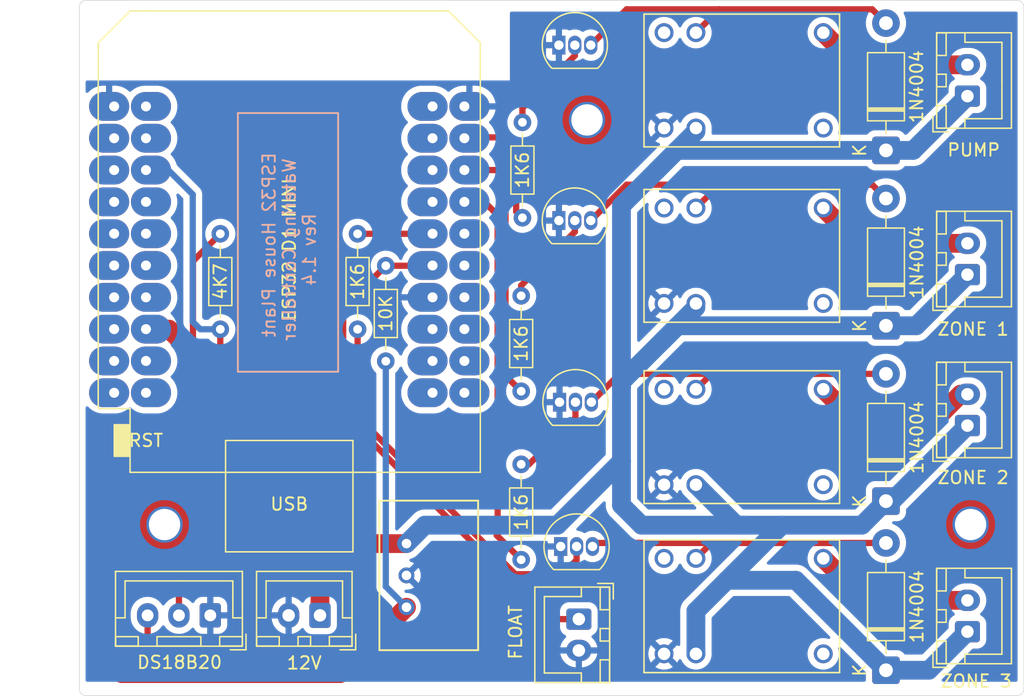
<source format=kicad_pcb>
(kicad_pcb (version 20241229) (generator "pcbnew") (generator_version "9.0")
  (layers (0 "F.Cu" signal) (2 "B.Cu" signal) (13 "F.Paste" user) (15 "B.Paste" user) (5 "F.SilkS" user "F.Silkscreen") (7 "B.SilkS" user "B.Silkscreen") (1 "F.Mask" user) (3 "B.Mask" user) (25 "Edge.Cuts" user))
  (net 0 "")
  (net 1 "+12V")
  (net 2 "Net-(D1-A)")
  (net 3 "Net-(D2-A)")
  (net 4 "Net-(D3-A)")
  (net 5 "Net-(D4-A)")
  (net 6 "GND")
  (net 7 "+3.3V")
  (net 8 "Net-(J4-Pin_2)")
  (net 9 "Net-(J5-Pin_2)")
  (net 10 "Net-(J6-Pin_2)")
  (net 11 "Net-(J7-Pin_2)")
  (net 12 "Net-(Q1-B)")
  (net 13 "Net-(Q2-B)")
  (net 14 "Net-(Q3-B)")
  (net 15 "Net-(Q4-B)")
  (net 16 "Net-(U1-IO_25)")
  (net 17 "Net-(U1-IO_17{slash}D3)")
  (net 53 "Net-(U1-IO_27)")
  (net 56 "Net-(J2-Pin_2)")
  (net 58 "Net-(J3-Pin_1)")
  (net 59 "Net-(U1-IO_32)")
  (footprint "Resistor_THT:R_Axial_DIN0204_L3.6mm_D1.6mm_P7.62mm_Horizontal" (layer "F.Cu") (at 132.4 43.74 -90)
    (property "Reference" "R6" (hide yes))
    (property "Value" "4K7" (at 3.81 0 90) (layer "F.SilkS"))
    (pad "1" thru_hole circle (at 0 0 270) (size 1.4 1.4) (drill 0.7) (layers "*.Cu" "*.Mask") (net 7 "+3.3V"))
    (pad "2" thru_hole circle (at 7.62 0 270) (size 1.4 1.4) (drill 0.7) (layers "*.Cu" "*.Mask") (net 56 "Net-(J2-Pin_2)"))
  )
  (footprint "Package_TO_SOT_THT:TO-92_Inline" (layer "F.Cu") (at 159.41 42.68)
    (property "Reference" "Q2" (hide yes))
    (property "Value" "2N3904" (hide yes))
    (pad "1" thru_hole rect (at 0 0) (size 1.05 1.5) (drill 0.75) (layers "*.Cu" "*.Mask") (net 6 "GND"))
    (pad "2" thru_hole oval (at 1.27 0) (size 1.05 1.5) (drill 0.75) (layers "*.Cu" "*.Mask") (net 13 "Net-(Q2-B)"))
    (pad "3" thru_hole oval (at 2.54 0) (size 1.05 1.5) (drill 0.75) (layers "*.Cu" "*.Mask") (net 3 "Net-(D2-A)"))
  )
  (footprint "SR5-12V-200-1C:RELAY_SR5-12V-200-1C" (layer "F.Cu") (at 174 73.47)
    (property "Reference" "K4" (hide yes))
    (property "Value" "Zone 3" (hide yes))
    (pad "A1" thru_hole circle (at -3.66 -3.82) (size 1.508 1.508) (drill 1) (layers "*.Cu" "*.Mask") (net 5 "Net-(D4-A)"))
    (pad "A2" thru_hole circle (at -3.66 3.8) (size 1.508 1.508) (drill 1) (layers "*.Cu" "*.Mask") (net 1 "+12V"))
    (pad "COM_1" thru_hole circle (at 6.5 -3.82) (size 1.508 1.508) (drill 1) (layers "*.Cu" "*.Mask") (net 11 "Net-(J7-Pin_2)"))
    (pad "COM_2" thru_hole circle (at 6.5 3.8) (size 1.508 1.508) (drill 1) (layers "*.Cu" "*.Mask"))
    (pad "NC" thru_hole circle (at -6.2 3.8) (size 1.508 1.508) (drill 1) (layers "*.Cu" "*.Mask") (net 6 "GND"))
    (pad "NO" thru_hole circle (at -6.2 -3.82) (size 1.508 1.508) (drill 1) (layers "*.Cu" "*.Mask"))
  )
  (footprint "Resistor_THT:R_Axial_DIN0204_L3.6mm_D1.6mm_P7.62mm_Horizontal" (layer "F.Cu") (at 143.35 51.36 90)
    (property "Reference" "R5" (hide yes))
    (property "Value" "1K6" (at 3.81 0 90) (layer "F.SilkS"))
    (pad "1" thru_hole circle (at 0 0 90) (size 1.4 1.4) (drill 0.7) (layers "*.Cu" "*.Mask") (net 15 "Net-(Q4-B)"))
    (pad "2" thru_hole circle (at 7.62 0 90) (size 1.4 1.4) (drill 0.7) (layers "*.Cu" "*.Mask") (net 17 "Net-(U1-IO_17{slash}D3)"))
  )
  (footprint "SR5-12V-200-1C:RELAY_SR5-12V-200-1C" (layer "F.Cu") (at 174 31.5)
    (property "Reference" "K1" (hide yes))
    (property "Value" "Pump Control" (hide yes))
    (pad "A1" thru_hole circle (at -3.66 -3.82) (size 1.508 1.508) (drill 1) (layers "*.Cu" "*.Mask") (net 2 "Net-(D1-A)"))
    (pad "A2" thru_hole circle (at -3.66 3.8) (size 1.508 1.508) (drill 1) (layers "*.Cu" "*.Mask") (net 1 "+12V"))
    (pad "COM_1" thru_hole circle (at 6.5 -3.82) (size 1.508 1.508) (drill 1) (layers "*.Cu" "*.Mask") (net 8 "Net-(J4-Pin_2)"))
    (pad "COM_2" thru_hole circle (at 6.5 3.8) (size 1.508 1.508) (drill 1) (layers "*.Cu" "*.Mask"))
    (pad "NC" thru_hole circle (at -6.2 3.8) (size 1.508 1.508) (drill 1) (layers "*.Cu" "*.Mask") (net 6 "GND"))
    (pad "NO" thru_hole circle (at -6.2 -3.82) (size 1.508 1.508) (drill 1) (layers "*.Cu" "*.Mask"))
  )
  (footprint "footprints:TSR1-SINGLE_TRP" (layer "F.Cu") (at 147.25 68.47 -90)
    (property "Reference" "U2" (hide yes))
    (property "Value" "TSR 1-2433" (hide yes))
    (pad "1" thru_hole circle (at 0 0 270) (size 1.27 1.27) (drill 0.762) (layers "*.Cu" "*.Mask") (net 1 "+12V"))
    (pad "2" thru_hole circle (at 2.54 0 270) (size 1.27 1.27) (drill 0.762) (layers "*.Cu" "*.Mask") (net 6 "GND"))
    (pad "3" thru_hole circle (at 5.08 0 270) (size 1.27 1.27) (drill 0.762) (layers "*.Cu" "*.Mask") (net 7 "+3.3V"))
  )
  (footprint "MountingHole:MountingHole_2.5mm_Pad_TopOnly" (layer "F.Cu") (at 127.95 66.95)
    (property "Reference" "REF**" (hide yes))
    (property "Value" "MountingHole_2.5mm_Pad_TopOnly")
    (pad "1" thru_hole circle (at 0 0) (size 2.9 2.9) (drill 2.5) (layers "*.Cu" "*.Mask"))
    (pad "1" connect circle (at 0 0) (size 5 5) (layers "F.Cu" "F.Mask"))
  )
  (footprint "Connector_JST:JST_XH_B2B-XH-A_1x02_P2.50mm_Vertical" (layer "F.Cu") (at 192 59.05 90)
    (property "Reference" "J6" (hide yes))
    (property "Value" "ZONE 2" (at -4.15 0.45 180) (layer "F.SilkS"))
    (pad "1" thru_hole roundrect (at 0 0 90) (size 1.7 2) (drill 1) (layers "*.Cu" "*.Mask") (roundrect_rratio 0.147059) (net 1 "+12V"))
    (pad "2" thru_hole oval (at 2.5 0 90) (size 1.7 2) (drill 1) (layers "*.Cu" "*.Mask") (net 10 "Net-(J6-Pin_2)"))
  )
  (footprint "Connector_JST:JST_XH_B2B-XH-A_1x02_P2.50mm_Vertical" (layer "F.Cu") (at 192 32.75 90)
    (property "Reference" "J4" (hide yes))
    (property "Value" "PUMP" (at -4.3 0.5 180) (layer "F.SilkS"))
    (pad "1" thru_hole roundrect (at 0 0 90) (size 1.7 2) (drill 1) (layers "*.Cu" "*.Mask") (roundrect_rratio 0.147059) (net 1 "+12V"))
    (pad "2" thru_hole oval (at 2.5 0 90) (size 1.7 2) (drill 1) (layers "*.Cu" "*.Mask") (net 8 "Net-(J4-Pin_2)"))
  )
  (footprint "Connector_JST:JST_XH_B2B-XH-A_1x02_P2.50mm_Vertical" (layer "F.Cu") (at 192 75.5 90)
    (property "Reference" "J7" (hide yes))
    (property "Value" "ZONE 3" (at -3.95 0.7 180) (layer "F.SilkS"))
    (pad "1" thru_hole roundrect (at 0 0 90) (size 1.7 2) (drill 1) (layers "*.Cu" "*.Mask") (roundrect_rratio 0.147059) (net 1 "+12V"))
    (pad "2" thru_hole oval (at 2.5 0 90) (size 1.7 2) (drill 1) (layers "*.Cu" "*.Mask") (net 11 "Net-(J7-Pin_2)"))
  )
  (footprint "Resistor_THT:R_Axial_DIN0204_L3.6mm_D1.6mm_P7.62mm_Horizontal" (layer "F.Cu") (at 156.4 62.14 -90)
    (property "Reference" "R4" (hide yes))
    (property "Value" "1K6" (at 3.81 0 90) (layer "F.SilkS"))
    (pad "1" thru_hole circle (at 0 0 270) (size 1.4 1.4) (drill 0.7) (layers "*.Cu" "*.Mask") (net 14 "Net-(Q3-B)"))
    (pad "2" thru_hole circle (at 7.62 0 270) (size 1.4 1.4) (drill 0.7) (layers "*.Cu" "*.Mask") (net 59 "Net-(U1-IO_32)"))
  )
  (footprint "Diode_THT:D_DO-41_SOD81_P10.16mm_Horizontal" (layer "F.Cu") (at 185.5 51.08 90)
    (property "Reference" "D2" (hide yes))
    (property "Value" "1N4004" (at 5.08 2.47 90) (layer "F.SilkS"))
    (fp_text user "K" (at 0 -2.1 90) (layer "F.SilkS"))
    (pad "1" thru_hole roundrect (at 0 0 90) (size 2.2 2.2) (drill 1.1) (layers "*.Cu" "*.Mask") (roundrect_rratio 0.113636) (net 1 "+12V"))
    (pad "2" thru_hole circle (at 10.16 0 90) (size 2.2 2.2) (drill 1.1) (layers "*.Cu" "*.Mask") (net 3 "Net-(D2-A)"))
  )
  (footprint "Package_TO_SOT_THT:TO-92_Inline" (layer "F.Cu") (at 159.55 68.7)
    (property "Reference" "Q4" (hide yes))
    (property "Value" "2N3904" (hide yes))
    (pad "1" thru_hole rect (at 0 0) (size 1.05 1.5) (drill 0.75) (layers "*.Cu" "*.Mask") (net 6 "GND"))
    (pad "2" thru_hole oval (at 1.27 0) (size 1.05 1.5) (drill 0.75) (layers "*.Cu" "*.Mask") (net 15 "Net-(Q4-B)"))
    (pad "3" thru_hole oval (at 2.54 0) (size 1.05 1.5) (drill 0.75) (layers "*.Cu" "*.Mask") (net 5 "Net-(D4-A)"))
  )
  (footprint "Diode_THT:D_DO-41_SOD81_P10.16mm_Horizontal" (layer "F.Cu") (at 185.5 78.58 90)
    (property "Reference" "D4" (hide yes))
    (property "Value" "1N4004" (at 5.08 2.47 90) (layer "F.SilkS"))
    (fp_text user "K" (at 0 -2.1 90) (layer "F.SilkS"))
    (pad "1" thru_hole roundrect (at 0 0 90) (size 2.2 2.2) (drill 1.1) (layers "*.Cu" "*.Mask") (roundrect_rratio 0.113636) (net 1 "+12V"))
    (pad "2" thru_hole circle (at 10.16 0 90) (size 2.2 2.2) (drill 1.1) (layers "*.Cu" "*.Mask") (net 5 "Net-(D4-A)"))
  )
  (footprint "Resistor_THT:R_Axial_DIN0204_L3.6mm_D1.6mm_P7.62mm_Horizontal" (layer "F.Cu") (at 156.5 34.84 -90)
    (property "Reference" "R2" (hide yes))
    (property "Value" "1K6" (at 3.81 0 90) (layer "F.SilkS"))
    (pad "1" thru_hole circle (at 0 0 270) (size 1.4 1.4) (drill 0.7) (layers "*.Cu" "*.Mask") (net 12 "Net-(Q1-B)"))
    (pad "2" thru_hole circle (at 7.62 0 270) (size 1.4 1.4) (drill 0.7) (layers "*.Cu" "*.Mask") (net 53 "Net-(U1-IO_27)"))
  )
  (footprint "Connector_JST:JST_XH_B2B-XH-A_1x02_P2.50mm_Vertical" (layer "F.Cu") (at 140.35 74.2 180)
    (property "Reference" "J1" (hide yes))
    (property "Value" "12V" (at 1.25 -3.8 0) (layer "F.SilkS"))
    (pad "1" thru_hole roundrect (at 0 0 180) (size 1.7 2) (drill 1) (layers "*.Cu" "*.Mask") (roundrect_rratio 0.147059) (net 1 "+12V"))
    (pad "2" thru_hole oval (at 2.5 0 180) (size 1.7 2) (drill 1) (layers "*.Cu" "*.Mask") (net 6 "GND"))
  )
  (footprint "esp32-wemos-d1-mini:esp32-wemos-d1-mini" (layer "F.Cu") (at 137.9 45)
    (property "Reference" "U1" (hide yes))
    (property "Value" "ESP32 D1 MINI" (at 0 0 90) (layer "F.SilkS"))
    (fp_text user "USB" (at 0 20.32 0) (layer "F.SilkS"))
    (fp_text user "RST" (at -11.43 15.24 0) (layer "F.SilkS"))
    (pad "1" thru_hole oval (at -13.97 -11.43 270) (size 2.3 3.2) (drill 0.8 (offset 0 0.4)) (layers "*.Cu" "*.Mask") (net 6 "GND"))
    (pad "2" thru_hole oval (at -11.43 -11.43 270) (size 2.3 3.2) (drill 0.8 (offset 0 -0.4)) (layers "*.Cu" "*.Mask"))
    (pad "3" thru_hole oval (at -13.97 -8.89 270) (size 2.3 3.2) (drill 0.8 (offset 0 0.4)) (layers "*.Cu" "*.Mask"))
    (pad "4" thru_hole oval (at -11.43 -8.89 270) (size 2.3 3.2) (drill 0.8 (offset 0 -0.4)) (layers "*.Cu" "*.Mask"))
    (pad "5" thru_hole oval (at -13.97 -6.35 270) (size 2.3 3.2) (drill 0.8 (offset 0 0.4)) (layers "*.Cu" "*.Mask"))
    (pad "6" thru_hole oval (at -11.43 -6.35 270) (size 2.3 3.2) (drill 0.8 (offset 0 -0.4)) (layers "*.Cu" "*.Mask") (net 56 "Net-(J2-Pin_2)"))
    (pad "7" thru_hole oval (at -13.97 -3.81 270) (size 2.3 3.2) (drill 0.8 (offset 0 0.4)) (layers "*.Cu" "*.Mask"))
    (pad "8" thru_hole oval (at -11.43 -3.81 270) (size 2.3 3.2) (drill 0.8 (offset 0 -0.4)) (layers "*.Cu" "*.Mask"))
    (pad "9" thru_hole oval (at -13.97 -1.27 270) (size 2.3 3.2) (drill 0.8 (offset 0 0.4)) (layers "*.Cu" "*.Mask"))
    (pad "10" thru_hole oval (at -11.43 -1.27 270) (size 2.3 3.2) (drill 0.8 (offset 0 -0.4)) (layers "*.Cu" "*.Mask"))
    (pad "11" thru_hole oval (at -13.97 1.27 270) (size 2.3 3.2) (drill 0.8 (offset 0 0.4)) (layers "*.Cu" "*.Mask"))
    (pad "12" thru_hole oval (at -11.43 1.27 270) (size 2.3 3.2) (drill 0.8 (offset 0 -0.4)) (layers "*.Cu" "*.Mask"))
    (pad "13" thru_hole oval (at -13.97 3.81 270) (size 2.3 3.2) (drill 0.8 (offset 0 0.4)) (layers "*.Cu" "*.Mask"))
    (pad "14" thru_hole oval (at -11.43 3.81 270) (size 2.3 3.2) (drill 0.8 (offset 0 -0.4)) (layers "*.Cu" "*.Mask"))
    (pad "15" thru_hole oval (at -13.97 6.35 270) (size 2.3 3.2) (drill 0.8 (offset 0 0.4)) (layers "*.Cu" "*.Mask"))
    (pad "16" thru_hole oval (at -11.43 6.35 270) (size 2.3 3.2) (drill 0.8 (offset 0 -0.4)) (layers "*.Cu" "*.Mask") (net 7 "+3.3V"))
    (pad "17" thru_hole oval (at -13.97 8.89 270) (size 2.3 3.2) (drill 0.8 (offset 0 0.4)) (layers "*.Cu" "*.Mask"))
    (pad "18" thru_hole oval (at -11.43 8.89 270) (size 2.3 3.2) (drill 0.8 (offset 0 -0.4)) (layers "*.Cu" "*.Mask"))
    (pad "19" thru_hole oval (at -13.97 11.43 270) (size 2.3 3.2) (drill 0.8 (offset 0 0.4)) (layers "*.Cu" "*.Mask"))
    (pad "20" thru_hole oval (at -11.43 11.43 270) (size 2.3 3.2) (drill 0.8 (offset 0 -0.4)) (layers "*.Cu" "*.Mask"))
    (pad "21" thru_hole oval (at 11.43 -11.43 270) (size 2.3 3.2) (drill 0.8 (offset 0 0.4)) (layers "*.Cu" "*.Mask"))
    (pad "22" thru_hole oval (at 13.97 -11.43 270) (size 2.3 3.2) (drill 0.8 (offset 0 -0.4)) (layers "*.Cu" "*.Mask") (net 6 "GND"))
    (pad "23" thru_hole oval (at 11.43 -8.89 270) (size 2.3 3.2) (drill 0.8 (offset 0 0.4)) (layers "*.Cu" "*.Mask"))
    (pad "24" thru_hole oval (at 13.97 -8.89 270) (size 2.3 3.2) (drill 0.8 (offset 0 -0.4)) (layers "*.Cu" "*.Mask") (net 53 "Net-(U1-IO_27)"))
    (pad "25" thru_hole oval (at 11.43 -6.35 270) (size 2.3 3.2) (drill 0.8 (offset 0 0.4)) (layers "*.Cu" "*.Mask"))
    (pad "26" thru_hole oval (at 13.97 -6.35 270) (size 2.3 3.2) (drill 0.8 (offset 0 -0.4)) (layers "*.Cu" "*.Mask") (net 16 "Net-(U1-IO_25)"))
    (pad "27" thru_hole oval (at 11.43 -3.81 270) (size 2.3 3.2) (drill 0.8 (offset 0 0.4)) (layers "*.Cu" "*.Mask"))
    (pad "28" thru_hole oval (at 13.97 -3.81 270) (size 2.3 3.2) (drill 0.8 (offset 0 -0.4)) (layers "*.Cu" "*.Mask") (net 59 "Net-(U1-IO_32)"))
    (pad "29" thru_hole oval (at 11.43 -1.27 270) (size 2.3 3.2) (drill 0.8 (offset 0 0.4)) (layers "*.Cu" "*.Mask") (net 17 "Net-(U1-IO_17{slash}D3)"))
    (pad "30" thru_hole oval (at 13.97 -1.27 270) (size 2.3 3.2) (drill 0.8 (offset 0 -0.4)) (layers "*.Cu" "*.Mask"))
    (pad "31" thru_hole oval (at 11.43 1.27 270) (size 2.3 3.2) (drill 0.8 (offset 0 0.4)) (layers "*.Cu" "*.Mask") (net 58 "Net-(J3-Pin_1)"))
    (pad "32" thru_hole oval (at 13.97 1.27 270) (size 2.3 3.2) (drill 0.8 (offset 0 -0.4)) (layers "*.Cu" "*.Mask"))
    (pad "33" thru_hole oval (at 11.43 3.81 270) (size 2.3 3.2) (drill 0.8 (offset 0 0.4)) (layers "*.Cu" "*.Mask") (net 6 "GND"))
    (pad "34" thru_hole oval (at 13.97 3.81 270) (size 2.3 3.2) (drill 0.8 (offset 0 -0.4)) (layers "*.Cu" "*.Mask"))
    (pad "35" thru_hole oval (at 11.43 6.35 270) (size 2.3 3.2) (drill 0.8 (offset 0 0.4)) (layers "*.Cu" "*.Mask"))
    (pad "36" thru_hole oval (at 13.97 6.35 270) (size 2.3 3.2) (drill 0.8 (offset 0 -0.4)) (layers "*.Cu" "*.Mask"))
    (pad "37" thru_hole oval (at 11.43 8.89 270) (size 2.3 3.2) (drill 0.8 (offset 0 0.4)) (layers "*.Cu" "*.Mask"))
    (pad "38" thru_hole oval (at 13.97 8.89 270) (size 2.3 3.2) (drill 0.8 (offset 0 -0.4)) (layers "*.Cu" "*.Mask"))
    (pad "39" thru_hole oval (at 11.43 11.43 270) (size 2.3 3.2) (drill 0.8 (offset 0 0.4)) (layers "*.Cu" "*.Mask"))
    (pad "40" thru_hole oval (at 13.97 11.43 270) (size 2.3 3.2) (drill 0.8 (offset 0 -0.4)) (layers "*.Cu" "*.Mask"))
  )
  (footprint "Resistor_THT:R_Axial_DIN0204_L3.6mm_D1.6mm_P7.62mm_Horizontal" (layer "F.Cu") (at 156.4 48.69 -90)
    (property "Reference" "R3" (hide yes))
    (property "Value" "1K6" (at 3.81 0 90) (layer "F.SilkS"))
    (pad "1" thru_hole circle (at 0 0 270) (size 1.4 1.4) (drill 0.7) (layers "*.Cu" "*.Mask") (net 13 "Net-(Q2-B)"))
    (pad "2" thru_hole circle (at 7.62 0 270) (size 1.4 1.4) (drill 0.7) (layers "*.Cu" "*.Mask") (net 16 "Net-(U1-IO_25)"))
  )
  (footprint "Connector_JST:JST_XH_B3B-XH-A_1x03_P2.50mm_Vertical" (layer "F.Cu") (at 131.6 74.2 180)
    (property "Reference" "J2" (hide yes))
    (property "Value" "DS18B20" (at 2.45 -3.75 0) (layer "F.SilkS"))
    (pad "1" thru_hole roundrect (at 0 0 180) (size 1.7 1.95) (drill 0.95) (layers "*.Cu" "*.Mask") (roundrect_rratio 0.147059) (net 6 "GND"))
    (pad "2" thru_hole oval (at 2.5 0 180) (size 1.7 1.95) (drill 0.95) (layers "*.Cu" "*.Mask") (net 56 "Net-(J2-Pin_2)"))
    (pad "3" thru_hole oval (at 5 0 180) (size 1.7 1.95) (drill 0.95) (layers "*.Cu" "*.Mask") (net 7 "+3.3V"))
  )
  (footprint "Resistor_THT:R_Axial_DIN0204_L3.6mm_D1.6mm_P7.62mm_Horizontal" (layer "F.Cu") (at 145.6 46.29 -90)
    (property "Reference" "R1" (hide yes))
    (property "Value" "10K" (at 3.81 0 90) (layer "F.SilkS"))
    (pad "1" thru_hole circle (at 0 0 270) (size 1.4 1.4) (drill 0.7) (layers "*.Cu" "*.Mask") (net 58 "Net-(J3-Pin_1)"))
    (pad "2" thru_hole circle (at 7.62 0 270) (size 1.4 1.4) (drill 0.7) (layers "*.Cu" "*.Mask") (net 7 "+3.3V"))
  )
  (footprint "Diode_THT:D_DO-41_SOD81_P10.16mm_Horizontal" (layer "F.Cu") (at 185.5 65.08 90)
    (property "Reference" "D3" (hide yes))
    (property "Value" "1N4004" (at 5.08 2.47 90) (layer "F.SilkS"))
    (fp_text user "K" (at 0 -2.1 90) (layer "F.SilkS"))
    (pad "1" thru_hole roundrect (at 0 0 90) (size 2.2 2.2) (drill 1.1) (layers "*.Cu" "*.Mask") (roundrect_rratio 0.113636) (net 1 "+12V"))
    (pad "2" thru_hole circle (at 10.16 0 90) (size 2.2 2.2) (drill 1.1) (layers "*.Cu" "*.Mask") (net 4 "Net-(D3-A)"))
  )
  (footprint "SR5-12V-200-1C:RELAY_SR5-12V-200-1C" (layer "F.Cu") (at 174 59.97)
    (property "Reference" "K3" (hide yes))
    (property "Value" "Zone 2" (hide yes))
    (pad "A1" thru_hole circle (at -3.66 -3.82) (size 1.508 1.508) (drill 1) (layers "*.Cu" "*.Mask") (net 4 "Net-(D3-A)"))
    (pad "A2" thru_hole circle (at -3.66 3.8) (size 1.508 1.508) (drill 1) (layers "*.Cu" "*.Mask") (net 1 "+12V"))
    (pad "COM_1" thru_hole circle (at 6.5 -3.82) (size 1.508 1.508) (drill 1) (layers "*.Cu" "*.Mask") (net 10 "Net-(J6-Pin_2)"))
    (pad "COM_2" thru_hole circle (at 6.5 3.8) (size 1.508 1.508) (drill 1) (layers "*.Cu" "*.Mask"))
    (pad "NC" thru_hole circle (at -6.2 3.8) (size 1.508 1.508) (drill 1) (layers "*.Cu" "*.Mask") (net 6 "GND"))
    (pad "NO" thru_hole circle (at -6.2 -3.82) (size 1.508 1.508) (drill 1) (layers "*.Cu" "*.Mask"))
  )
  (footprint "Connector_JST:JST_XH_B2B-XH-A_1x02_P2.50mm_Vertical" (layer "F.Cu") (at 161 74.5 -90)
    (property "Reference" "J3" (hide yes))
    (property "Value" "FLOAT" (at 1.05 5.05 90) (layer "F.SilkS"))
    (pad "1" thru_hole roundrect (at 0 0 270) (size 1.7 2) (drill 1) (layers "*.Cu" "*.Mask") (roundrect_rratio 0.147059) (net 58 "Net-(J3-Pin_1)"))
    (pad "2" thru_hole oval (at 2.5 0 270) (size 1.7 2) (drill 1) (layers "*.Cu" "*.Mask") (net 6 "GND"))
  )
  (footprint "Diode_THT:D_DO-41_SOD81_P10.16mm_Horizontal" (layer "F.Cu") (at 185.5 37.08 90)
    (property "Reference" "D1" (hide yes))
    (property "Value" "1N4004" (at 5.08 2.45 90) (layer "F.SilkS"))
    (fp_text user "K" (at 0 -2.1 90) (layer "F.SilkS"))
    (pad "1" thru_hole roundrect (at 0 0 90) (size 2.2 2.2) (drill 1.1) (layers "*.Cu" "*.Mask") (roundrect_rratio 0.113636) (net 1 "+12V"))
    (pad "2" thru_hole circle (at 10.16 0 90) (size 2.2 2.2) (drill 1.1) (layers "*.Cu" "*.Mask") (net 2 "Net-(D1-A)"))
  )
  (footprint "Connector_JST:JST_XH_B2B-XH-A_1x02_P2.50mm_Vertical" (layer "F.Cu") (at 192 47 90)
    (property "Reference" "J5" (hide yes))
    (property "Value" "ZONE 1" (at -4.35 0.45 180) (layer "F.SilkS"))
    (pad "1" thru_hole roundrect (at 0 0 90) (size 1.7 2) (drill 1) (layers "*.Cu" "*.Mask") (roundrect_rratio 0.147059) (net 1 "+12V"))
    (pad "2" thru_hole oval (at 2.5 0 90) (size 1.7 2) (drill 1) (layers "*.Cu" "*.Mask") (net 9 "Net-(J5-Pin_2)"))
  )
  (footprint "Package_TO_SOT_THT:TO-92_Inline" (layer "F.Cu") (at 159.41 28.68)
    (property "Reference" "Q1" (hide yes))
    (property "Value" "2N3904" (hide yes))
    (pad "1" thru_hole rect (at 0 0) (size 1.05 1.5) (drill 0.75) (layers "*.Cu" "*.Mask") (net 6 "GND"))
    (pad "2" thru_hole oval (at 1.27 0) (size 1.05 1.5) (drill 0.75) (layers "*.Cu" "*.Mask") (net 12 "Net-(Q1-B)"))
    (pad "3" thru_hole oval (at 2.54 0) (size 1.05 1.5) (drill 0.75) (layers "*.Cu" "*.Mask") (net 2 "Net-(D1-A)"))
  )
  (footprint "MountingHole:MountingHole_2.5mm_Pad_TopOnly" (layer "F.Cu") (at 192.25 66.95)
    (property "Reference" "REF**" (hide yes))
    (property "Value" "MountingHole_2.5mm_Pad_TopOnly" (hide yes))
    (pad "1" thru_hole circle (at 0 0) (size 2.9 2.9) (drill 2.5) (layers "*.Cu" "*.Mask"))
    (pad "1" connect circle (at 0 0) (size 5 5) (layers "F.Cu" "F.Mask"))
  )
  (footprint "MountingHole:MountingHole_2.5mm_Pad_TopOnly" (layer "F.Cu") (at 161.65 34.65)
    (property "Reference" "REF**" (hide yes))
    (property "Value" "MountingHole_2.5mm_Pad_TopOnly")
    (pad "1" thru_hole circle (at 0 0) (size 2.9 2.9) (drill 2.5) (layers "*.Cu" "*.Mask"))
    (pad "1" connect circle (at 0 0) (size 5 5) (layers "F.Cu" "F.Mask"))
  )
  (footprint "Package_TO_SOT_THT:TO-92_Inline" (layer "F.Cu") (at 159.46 57.18)
    (property "Reference" "Q3" (hide yes))
    (property "Value" "2N3904" (hide yes))
    (pad "1" thru_hole rect (at 0 0) (size 1.05 1.5) (drill 0.75) (layers "*.Cu" "*.Mask") (net 6 "GND"))
    (pad "2" thru_hole oval (at 1.27 0) (size 1.05 1.5) (drill 0.75) (layers "*.Cu" "*.Mask") (net 14 "Net-(Q3-B)"))
    (pad "3" thru_hole oval (at 2.54 0) (size 1.05 1.5) (drill 0.75) (layers "*.Cu" "*.Mask") (net 4 "Net-(D3-A)"))
  )
  (footprint "SR5-12V-200-1C:RELAY_SR5-12V-200-1C" (layer "F.Cu") (at 174 45.5)
    (property "Reference" "K2" (hide yes))
    (property "Value" "Zone 1" (hide yes))
    (pad "A1" thru_hole circle (at -3.66 -3.82) (size 1.508 1.508) (drill 1) (layers "*.Cu" "*.Mask") (net 3 "Net-(D2-A)"))
    (pad "A2" thru_hole circle (at -3.66 3.8) (size 1.508 1.508) (drill 1) (layers "*.Cu" "*.Mask") (net 1 "+12V"))
    (pad "COM_1" thru_hole circle (at 6.5 -3.82) (size 1.508 1.508) (drill 1) (layers "*.Cu" "*.Mask") (net 9 "Net-(J5-Pin_2)"))
    (pad "COM_2" thru_hole circle (at 6.5 3.8) (size 1.508 1.508) (drill 1) (layers "*.Cu" "*.Mask"))
    (pad "NC" thru_hole circle (at -6.2 3.8) (size 1.508 1.508) (drill 1) (layers "*.Cu" "*.Mask") (net 6 "GND"))
    (pad "NO" thru_hole circle (at -6.2 -3.82) (size 1.508 1.508) (drill 1) (layers "*.Cu" "*.Mask"))
  )
  (gr_rect (start 133.8 34.1) (end 141.8 54.75) (stroke (width 0.15)) (fill no) (layer "B.SilkS"))
  (gr_arc (start 121.15 25.65) (mid 121.311091 25.261091) (end 121.7 25.1) (stroke (width 0.05)) (layer "Edge.Cuts"))
  (gr_arc (start 196.499999 80.05) (mid 196.338908 80.438908) (end 195.95 80.599999) (stroke (width 0.05)) (layer "Edge.Cuts"))
  (gr_line (start 196.5 80.05) (end 196.5 25.65) (stroke (width 0.05)) (layer "Edge.Cuts"))
  (gr_arc (start 195.95 25.1) (mid 196.338909 25.261091) (end 196.5 25.65) (stroke (width 0.05)) (layer "Edge.Cuts"))
  (gr_line (start 121.7 25.1) (end 195.95 25.1) (stroke (width 0.05)) (layer "Edge.Cuts"))
  (gr_line (start 121.7 80.6) (end 195.95 80.6) (stroke (width 0.05)) (layer "Edge.Cuts"))
  (gr_line (start 121.15 25.65) (end 121.15 80.05) (stroke (width 0.05)) (layer "Edge.Cuts"))
  (gr_arc (start 121.7 80.6) (mid 121.311091 80.438909) (end 121.15 80.05) (stroke (width 0.05)) (layer "Edge.Cuts"))
  (gr_text "ESP32 House Plant \nWatering Controller\nRev 1.4" (at 137.9 45 90) (layer "B.SilkS") (effects (font (size 1 1)) (justify mirror)))
  (segment (start 143.13 68.47) (end 140.35 71.25) (width 1.5) (layer "F.Cu") (net 1))
  (segment (start 140.35 71.25) (end 140.35 74.2) (width 1.5) (layer "F.Cu") (net 1))
  (segment (start 147.25 68.47) (end 143.13 68.47) (width 1.5) (layer "F.Cu") (net 1))
  (segment (start 185.5 65.08) (end 185.97 65.08) (width 1.5) (layer "B.Cu") (net 1))
  (segment (start 168.82 37.08) (end 167.2 38.7) (width 1.5) (layer "B.Cu") (net 1))
  (segment (start 170.34 77.27) (end 170.34 73.86) (width 1.5) (layer "B.Cu") (net 1))
  (segment (start 183.58 67) (end 177.2 67) (width 1.5) (layer "B.Cu") (net 1))
  (segment (start 168.88 51.08) (end 167.73 52.23) (width 1.5) (layer "B.Cu") (net 1))
  (segment (start 185.5 51.08) (end 168.88 51.08) (width 1.5) (layer "B.Cu") (net 1))
  (segment (start 185.5 78.58) (end 178.32 71.4) (width 1.5) (layer "B.Cu") (net 1))
  (segment (start 187.92 51.08) (end 185.5 51.08) (width 1.5) (layer "B.Cu") (net 1))
  (segment (start 167.73 52.23) (end 164.4 55.56) (width 1.5) (layer "B.Cu") (net 1))
  (segment (start 159.301 66.999) (end 164.4 61.9) (width 1.5) (layer "B.Cu") (net 1))
  (segment (start 148.721 66.999) (end 159.301 66.999) (width 1.5) (layer "B.Cu") (net 1))
  (segment (start 173.57 67) (end 174.3 67) (width 1.5) (layer "B.Cu") (net 1))
  (segment (start 166 67) (end 174.3 67) (width 1.5) (layer "B.Cu") (net 1))
  (segment (start 185.5 37.08) (end 168.82 37.08) (width 1.5) (layer "B.Cu") (net 1))
  (segment (start 164.4 55.56) (end 164.4 56) (width 1.5) (layer "B.Cu") (net 1))
  (segment (start 178.32 71.4) (end 172.8 71.4) (width 1.5) (layer "B.Cu") (net 1))
  (segment (start 185.97 65.08) (end 192 59.05) (width 1.5) (layer "B.Cu") (net 1))
  (segment (start 164.4 61.9) (end 164.4 65.4) (width 1.5) (layer "B.Cu") (net 1))
  (segment (start 185.5 65.08) (end 183.58 67) (width 1.5) (layer "B.Cu") (net 1))
  (segment (start 170.34 63.77) (end 173.57 67) (width 1.5) (layer "B.Cu") (net 1))
  (segment (start 164.4 41.5) (end 164.4 56) (width 1.5) (layer "B.Cu") (net 1))
  (segment (start 170.34 35.56) (end 167.2 38.7) (width 1.5) (layer "B.Cu") (net 1))
  (segment (start 185.5 78.58) (end 188.92 78.58) (width 1.5) (layer "B.Cu") (net 1))
  (segment (start 164.4 61.9) (end 164.4 56) (width 1.5) (layer "B.Cu") (net 1))
  (segment (start 164.4 65.4) (end 166 67) (width 1.5) (layer "B.Cu") (net 1))
  (segment (start 167.2 38.7) (end 164.4 41.5) (width 1.5) (layer "B.Cu") (net 1))
  (segment (start 170.34 49.62) (end 167.73 52.23) (width 1.5) (layer "B.Cu") (net 1))
  (segment (start 188.92 78.58) (end 192 75.5) (width 1.5) (layer "B.Cu") (net 1))
  (segment (start 174.3 67) (end 177.2 67) (width 1.5) (layer "B.Cu") (net 1))
  (segment (start 185.5 37.08) (end 187.67 37.08) (width 1.5) (layer "B.Cu") (net 1))
  (segment (start 187.67 37.08) (end 192 32.75) (width 1.5) (layer "B.Cu") (net 1))
  (segment (start 172.8 71.4) (end 177.2 67) (width 1.5) (layer "B.Cu") (net 1))
  (segment (start 147.25 68.47) (end 148.721 66.999) (width 1.5) (layer "B.Cu") (net 1))
  (segment (start 192 47) (end 187.92 51.08) (width 1.5) (layer "B.Cu") (net 1))
  (segment (start 170.34 73.86) (end 172.8 71.4) (width 1.5) (layer "B.Cu") (net 1))
  (segment (start 170.34 35.3) (end 170.34 35.56) (width 1.5) (layer "B.Cu") (net 1))
  (segment (start 172.199999 25.820001) (end 170.34 27.68) (width 0.5) (layer "F.Cu") (net 2))
  (segment (start 164.809999 25.820001) (end 172.199999 25.820001) (width 0.5) (layer "F.Cu") (net 2))
  (segment (start 185.5 26.92) (end 184.400001 25.820001) (width 0.5) (layer "F.Cu") (net 2))
  (segment (start 184.400001 25.820001) (end 172.199999 25.820001) (width 0.5) (layer "F.Cu") (net 2))
  (segment (start 161.95 28.68) (end 164.809999 25.820001) (width 0.5) (layer "F.Cu") (net 2))
  (segment (start 164.809999 39.820001) (end 173 39.820001) (width 0.5) (layer "F.Cu") (net 3))
  (segment (start 161.95 42.68) (end 164.809999 39.820001) (width 0.5) (layer "F.Cu") (net 3))
  (segment (start 184.400001 39.820001) (end 185.5 40.92) (width 0.5) (layer "F.Cu") (net 3))
  (segment (start 172.199999 39.820001) (end 173 39.820001) (width 0.5) (layer "F.Cu") (net 3))
  (segment (start 170.34 41.68) (end 172.199999 39.820001) (width 0.5) (layer "F.Cu") (net 3))
  (segment (start 173 39.820001) (end 184.400001 39.820001) (width 0.5) (layer "F.Cu") (net 3))
  (segment (start 172.1 54.92) (end 164.26 54.92) (width 0.5) (layer "F.Cu") (net 4))
  (segment (start 185.5 54.92) (end 172.1 54.92) (width 0.5) (layer "F.Cu") (net 4))
  (segment (start 171.57 54.92) (end 172.1 54.92) (width 0.5) (layer "F.Cu") (net 4))
  (segment (start 164.26 54.92) (end 162 57.18) (width 0.5) (layer "F.Cu") (net 4))
  (segment (start 170.34 56.15) (end 171.57 54.92) (width 0.5) (layer "F.Cu") (net 4))
  (segment (start 171.57 68.42) (end 172.05 68.42) (width 0.5) (layer "F.Cu") (net 5))
  (segment (start 170.34 69.65) (end 171.57 68.42) (width 0.5) (layer "F.Cu") (net 5))
  (segment (start 172.05 68.42) (end 168.8 68.42) (width 0.5) (layer "F.Cu") (net 5))
  (segment (start 185.5 68.42) (end 172.05 68.42) (width 0.5) (layer "F.Cu") (net 5))
  (segment (start 168.8 68.42) (end 164.57 68.42) (width 0.5) (layer "F.Cu") (net 5))
  (segment (start 162.09 68.7) (end 162.37 68.42) (width 0.5) (layer "F.Cu") (net 5))
  (segment (start 162.37 68.42) (end 168.8 68.42) (width 0.5) (layer "F.Cu") (net 5))
  (segment (start 164.57 68.42) (end 164.55 68.4) (width 0.5) (layer "F.Cu") (net 5))
  (segment (start 126.47 51.35) (end 128.3 51.35) (width 1.5) (layer "F.Cu") (net 7))
  (segment (start 128.3 51.35) (end 130 53.05) (width 1.5) (layer "F.Cu") (net 7))
  (segment (start 132.4 43.74) (end 130.218231 45.921769) (width 0.5) (layer "F.Cu") (net 7))
  (segment (start 130.218231 45.921769) (end 130.218231 54.481769) (width 0.5) (layer "F.Cu") (net 7))
  (segment (start 122.65 76.95) (end 124.55 78.85) (width 1.5) (layer "F.Cu") (net 7))
  (segment (start 128.1 78.85) (end 124.55 78.85) (width 1.5) (layer "F.Cu") (net 7))
  (segment (start 122.65 65.3) (end 130 57.95) (width 1.5) (layer "F.Cu") (net 7))
  (segment (start 130 54.7) (end 130.218231 54.481769) (width 0.5) (layer "F.Cu") (net 7))
  (segment (start 130 57.95) (end 130 54.7) (width 1.5) (layer "F.Cu") (net 7))
  (segment (start 128.1 78.85) (end 141.95 78.85) (width 1.5) (layer "F.Cu") (net 7))
  (segment (start 141.95 78.85) (end 147.25 73.55) (width 1.5) (layer "F.Cu") (net 7))
  (segment (start 126.6 74.2) (end 126.6 77.35) (width 0.5) (layer "F.Cu") (net 7))
  (segment (start 130 54.7) (end 130 53.05) (width 1.5) (layer "F.Cu") (net 7))
  (segment (start 126.6 77.35) (end 128.1 78.85) (width 0.5) (layer "F.Cu") (net 7))
  (segment (start 122.65 65.3) (end 122.65 76.95) (width 1.5) (layer "F.Cu") (net 7))
  (segment (start 145.6 71.9) (end 147.25 73.55) (width 0.5) (layer "B.Cu") (net 7))
  (segment (start 145.6 53.91) (end 145.6 71.9) (width 0.5) (layer "B.Cu") (net 7))
  (segment (start 183.07 30.25) (end 180.5 27.68) (width 1.5) (layer "F.Cu") (net 8))
  (segment (start 192 30.25) (end 183.07 30.25) (width 1.5) (layer "F.Cu") (net 8))
  (segment (start 180.5 41.68) (end 183.32 44.5) (width 1.5) (layer "F.Cu") (net 9))
  (segment (start 183.32 44.5) (end 192 44.5) (width 1.5) (layer "F.Cu") (net 9))
  (segment (start 191.444602 56.55) (end 188.994602 59) (width 1.5) (layer "F.Cu") (net 10))
  (segment (start 192 56.55) (end 191.444602 56.55) (width 1.5) (layer "F.Cu") (net 10))
  (segment (start 188.994602 59) (end 183.35 59) (width 1.5) (layer "F.Cu") (net 10))
  (segment (start 183.35 59) (end 180.5 56.15) (width 1.5) (layer "F.Cu") (net 10))
  (segment (start 183.85 73) (end 180.5 69.65) (width 1.5) (layer "F.Cu") (net 11))
  (segment (start 192 73) (end 183.85 73) (width 1.5) (layer "F.Cu") (net 11))
  (segment (start 160.68 28.68) (end 160.68 29.52) (width 0.5) (layer "F.Cu") (net 12))
  (segment (start 160.68 29.52) (end 156.5 33.7) (width 0.5) (layer "F.Cu") (net 12))
  (segment (start 156.5 33.7) (end 156.5 34.99) (width 0.5) (layer "F.Cu") (net 12))
  (segment (start 160.68 43.587) (end 160.68 42.68) (width 0.5) (layer "F.Cu") (net 13))
  (segment (start 156.4 48.69) (end 156.4 47.867) (width 0.5) (layer "F.Cu") (net 13))
  (segment (start 156.4 47.867) (end 160.68 43.587) (width 0.5) (layer "F.Cu") (net 13))
  (segment (start 157.02 62.14) (end 156.4 62.14) (width 0.5) (layer "F.Cu") (net 14))
  (segment (start 160.73 57.18) (end 160.73 58.43) (width 0.5) (layer "F.Cu") (net 14))
  (segment (start 160.73 58.43) (end 157.02 62.14) (width 0.5) (layer "F.Cu") (net 14))
  (segment (start 143.35 58.33776) (end 155.92324 70.911) (width 0.5) (layer "F.Cu") (net 15))
  (segment (start 159.689 70.911) (end 160.82 69.78) (width 0.5) (layer "F.Cu") (net 15))
  (segment (start 143.35 51.36) (end 143.35 58.33776) (width 0.5) (layer "F.Cu") (net 15))
  (segment (start 155.92324 70.911) (end 159.689 70.911) (width 0.5) (layer "F.Cu") (net 15))
  (segment (start 160.82 69.78) (end 160.82 68.7) (width 0.5) (layer "F.Cu") (net 15))
  (segment (start 155.15 55.06) (end 155.15 39.4) (width 0.5) (layer "F.Cu") (net 16))
  (segment (start 154.4 38.65) (end 151.87 38.65) (width 0.5) (layer "F.Cu") (net 16))
  (segment (start 156.4 56.31) (end 155.15 55.06) (width 0.5) (layer "F.Cu") (net 16))
  (segment (start 155.15 39.4) (end 154.4 38.65) (width 0.5) (layer "F.Cu") (net 16))
  (segment (start 148.81 43.74) (end 143.35 43.74) (width 0.5) (layer "F.Cu") (net 17))
  (segment (start 156.5 42.46) (end 156 41.96) (width 0.5) (layer "F.Cu") (net 53))
  (segment (start 154.69 36.04) (end 152.54 36.04) (width 0.5) (layer "F.Cu") (net 53))
  (segment (start 156 37.35) (end 154.69 36.04) (width 0.5) (layer "F.Cu") (net 53))
  (segment (start 156 41.96) (end 156 37.35) (width 0.5) (layer "F.Cu") (net 53))
  (segment (start 129.1 71.95) (end 132.4 68.65) (width 0.5) (layer "F.Cu") (net 56))
  (segment (start 132.4 51.36) (end 132.4 68.65) (width 0.5) (layer "F.Cu") (net 56))
  (segment (start 129.1 74.2) (end 129.1 71.95) (width 0.5) (layer "F.Cu") (net 56))
  (segment (start 130.2 40.6) (end 130.2 50.76) (width 0.5) (layer "B.Cu") (net 56))
  (segment (start 130.2 40.6) (end 128.25 38.65) (width 0.5) (layer "B.Cu") (net 56))
  (segment (start 128.25 38.65) (end 126.47 38.65) (width 0.5) (layer "B.Cu") (net 56))
  (segment (start 132.4 51.36) (end 130.8 51.36) (width 0.5) (layer "B.Cu") (net 56))
  (segment (start 130.2 50.76) (end 130.8 51.36) (width 0.5) (layer "B.Cu") (net 56))
  (segment (start 158.624114 74.5) (end 142.199 58.074886) (width 0.5) (layer "F.Cu") (net 58))
  (segment (start 161 74.5) (end 158.624114 74.5) (width 0.5) (layer "F.Cu") (net 58))
  (segment (start 142.199 58.074886) (end 142.199 49.691) (width 0.5) (layer "F.Cu") (net 58))
  (segment (start 142.199 49.691) (end 145.6 46.29) (width 0.5) (layer "F.Cu") (net 58))
  (segment (start 145.6 46.29) (end 149.31 46.29) (width 0.5) (layer "F.Cu") (net 58))
  (segment (start 154.449 67.809) (end 154.522 67.736) (width 0.5) (layer "F.Cu") (net 59))
  (segment (start 156.4 69.76) (end 154.449 67.809) (width 0.5) (layer "F.Cu") (net 59))
  (segment (start 154.522 42.25) (end 153.462 41.19) (width 0.5) (layer "F.Cu") (net 59))
  (segment (start 154.522 67.736) (end 154.522 42.25) (width 0.5) (layer "F.Cu") (net 59))
  (zone (net 6) (net_name "GND") (layer "B.Cu") (connect_pads (clearance 0.5)) (min_thickness 0.25) (fill yes (thermal_gap 0.5) (thermal_bridge_width 0.5))
    (polygon (pts (xy 121.5 31.5) (xy 121.5 79.5) (xy 196 79.5) (xy 196 26) (xy 155.5 26) (xy 155.5 31.5)))
  )
)
</source>
